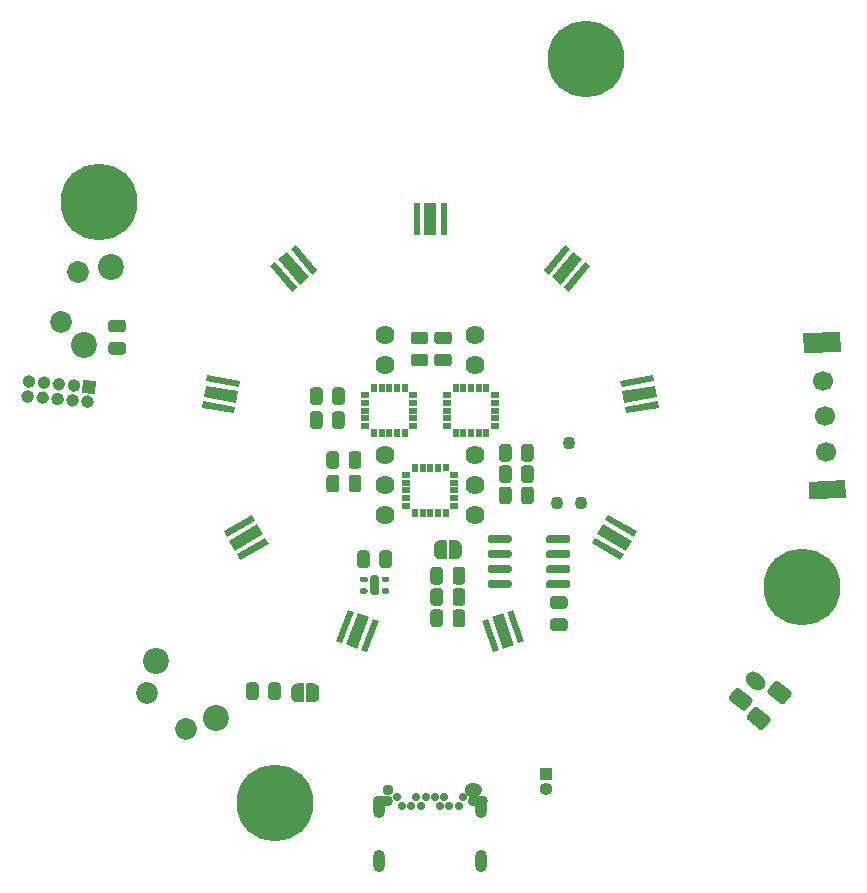
<source format=gbr>
%TF.GenerationSoftware,KiCad,Pcbnew,5.1.6+dfsg1-1*%
%TF.CreationDate,2020-08-08T17:15:22+09:00*%
%TF.ProjectId,portable_spectro_sch,706f7274-6162-46c6-955f-737065637472,rev?*%
%TF.SameCoordinates,Original*%
%TF.FileFunction,Soldermask,Bot*%
%TF.FilePolarity,Negative*%
%FSLAX46Y46*%
G04 Gerber Fmt 4.6, Leading zero omitted, Abs format (unit mm)*
G04 Created by KiCad (PCBNEW 5.1.6+dfsg1-1) date 2020-08-08 17:15:22*
%MOMM*%
%LPD*%
G01*
G04 APERTURE LIST*
%ADD10C,0.050000*%
%ADD11C,0.100000*%
%ADD12R,1.002000X2.802000*%
%ADD13R,0.552000X2.802000*%
%ADD14C,1.624000*%
%ADD15C,1.090600*%
%ADD16R,0.500000X0.650000*%
%ADD17R,0.650000X0.500000*%
%ADD18R,1.100000X1.100000*%
%ADD19O,1.100000X1.100000*%
%ADD20O,1.000000X1.900000*%
%ADD21C,0.950000*%
%ADD22O,1.700000X0.900000*%
%ADD23C,0.700000*%
%ADD24C,0.900000*%
%ADD25C,6.500000*%
%ADD26C,2.200000*%
%ADD27C,1.850000*%
%ADD28C,1.700000*%
G04 APERTURE END LIST*
D10*
%TO.C,J4*%
G36*
X224160000Y-101985000D02*
G01*
X224460000Y-101985000D01*
X224514877Y-101987876D01*
X224569154Y-101996473D01*
X224622234Y-102010695D01*
X224673537Y-102030389D01*
X224722500Y-102055337D01*
X224768587Y-102085266D01*
X224811294Y-102119849D01*
X224850151Y-102158706D01*
X224884734Y-102201413D01*
X224914663Y-102247500D01*
X224939611Y-102296463D01*
X224959305Y-102347766D01*
X224973527Y-102400846D01*
X224982124Y-102455123D01*
X224985000Y-102510000D01*
X224982124Y-102564877D01*
X224973527Y-102619154D01*
X224959305Y-102672234D01*
X224939611Y-102723537D01*
X224914663Y-102772500D01*
X224884734Y-102818587D01*
X224850151Y-102861294D01*
X224811294Y-102900151D01*
X224768587Y-102934734D01*
X224722500Y-102964663D01*
X224673537Y-102989611D01*
X224622234Y-103009305D01*
X224569154Y-103023527D01*
X224514877Y-103032124D01*
X224460000Y-103035000D01*
X224160000Y-103035000D01*
X224105123Y-103032124D01*
X224050846Y-103023527D01*
X223997766Y-103009305D01*
X223946463Y-102989611D01*
X223897500Y-102964663D01*
X223851413Y-102934734D01*
X223808706Y-102900151D01*
X223769849Y-102861294D01*
X223735266Y-102818587D01*
X223705337Y-102772500D01*
X223680389Y-102723537D01*
X223660695Y-102672234D01*
X223646473Y-102619154D01*
X223637876Y-102564877D01*
X223635000Y-102510000D01*
X223637876Y-102455123D01*
X223646473Y-102400846D01*
X223660695Y-102347766D01*
X223680389Y-102296463D01*
X223705337Y-102247500D01*
X223735266Y-102201413D01*
X223769849Y-102158706D01*
X223808706Y-102119849D01*
X223851413Y-102085266D01*
X223897500Y-102055337D01*
X223946463Y-102030389D01*
X223997766Y-102010695D01*
X224050846Y-101996473D01*
X224105123Y-101987876D01*
X224160000Y-101985000D01*
G37*
X224160000Y-101985000D02*
X224460000Y-101985000D01*
X224514877Y-101987876D01*
X224569154Y-101996473D01*
X224622234Y-102010695D01*
X224673537Y-102030389D01*
X224722500Y-102055337D01*
X224768587Y-102085266D01*
X224811294Y-102119849D01*
X224850151Y-102158706D01*
X224884734Y-102201413D01*
X224914663Y-102247500D01*
X224939611Y-102296463D01*
X224959305Y-102347766D01*
X224973527Y-102400846D01*
X224982124Y-102455123D01*
X224985000Y-102510000D01*
X224982124Y-102564877D01*
X224973527Y-102619154D01*
X224959305Y-102672234D01*
X224939611Y-102723537D01*
X224914663Y-102772500D01*
X224884734Y-102818587D01*
X224850151Y-102861294D01*
X224811294Y-102900151D01*
X224768587Y-102934734D01*
X224722500Y-102964663D01*
X224673537Y-102989611D01*
X224622234Y-103009305D01*
X224569154Y-103023527D01*
X224514877Y-103032124D01*
X224460000Y-103035000D01*
X224160000Y-103035000D01*
X224105123Y-103032124D01*
X224050846Y-103023527D01*
X223997766Y-103009305D01*
X223946463Y-102989611D01*
X223897500Y-102964663D01*
X223851413Y-102934734D01*
X223808706Y-102900151D01*
X223769849Y-102861294D01*
X223735266Y-102818587D01*
X223705337Y-102772500D01*
X223680389Y-102723537D01*
X223660695Y-102672234D01*
X223646473Y-102619154D01*
X223637876Y-102564877D01*
X223635000Y-102510000D01*
X223637876Y-102455123D01*
X223646473Y-102400846D01*
X223660695Y-102347766D01*
X223680389Y-102296463D01*
X223705337Y-102247500D01*
X223735266Y-102201413D01*
X223769849Y-102158706D01*
X223808706Y-102119849D01*
X223851413Y-102085266D01*
X223897500Y-102055337D01*
X223946463Y-102030389D01*
X223997766Y-102010695D01*
X224050846Y-101996473D01*
X224105123Y-101987876D01*
X224160000Y-101985000D01*
%TD*%
D11*
%TO.C,J1*%
G36*
X191300029Y-67804157D02*
G01*
X192395843Y-67900029D01*
X192299971Y-68995843D01*
X191204157Y-68899971D01*
X191300029Y-67804157D01*
G37*
G36*
G01*
X191737248Y-69117260D02*
X191737248Y-69117260D01*
G75*
G02*
X192237219Y-69713103I-47936J-547907D01*
G01*
X192237219Y-69713103D01*
G75*
G02*
X191641376Y-70213074I-547907J47936D01*
G01*
X191641376Y-70213074D01*
G75*
G02*
X191141405Y-69617231I47936J547907D01*
G01*
X191141405Y-69617231D01*
G75*
G02*
X191737248Y-69117260I547907J-47936D01*
G01*
G37*
G36*
G01*
X190582769Y-67741405D02*
X190582769Y-67741405D01*
G75*
G02*
X191082740Y-68337248I-47936J-547907D01*
G01*
X191082740Y-68337248D01*
G75*
G02*
X190486897Y-68837219I-547907J47936D01*
G01*
X190486897Y-68837219D01*
G75*
G02*
X189986926Y-68241376I47936J547907D01*
G01*
X189986926Y-68241376D01*
G75*
G02*
X190582769Y-67741405I547907J-47936D01*
G01*
G37*
G36*
G01*
X190472081Y-69006572D02*
X190472081Y-69006572D01*
G75*
G02*
X190972052Y-69602415I-47936J-547907D01*
G01*
X190972052Y-69602415D01*
G75*
G02*
X190376209Y-70102386I-547907J47936D01*
G01*
X190376209Y-70102386D01*
G75*
G02*
X189876238Y-69506543I47936J547907D01*
G01*
X189876238Y-69506543D01*
G75*
G02*
X190472081Y-69006572I547907J-47936D01*
G01*
G37*
G36*
G01*
X189317600Y-67630717D02*
X189317600Y-67630717D01*
G75*
G02*
X189817571Y-68226560I-47936J-547907D01*
G01*
X189817571Y-68226560D01*
G75*
G02*
X189221728Y-68726531I-547907J47936D01*
G01*
X189221728Y-68726531D01*
G75*
G02*
X188721757Y-68130688I47936J547907D01*
G01*
X188721757Y-68130688D01*
G75*
G02*
X189317600Y-67630717I547907J-47936D01*
G01*
G37*
G36*
G01*
X189206914Y-68895885D02*
X189206914Y-68895885D01*
G75*
G02*
X189706885Y-69491728I-47936J-547907D01*
G01*
X189706885Y-69491728D01*
G75*
G02*
X189111042Y-69991699I-547907J47936D01*
G01*
X189111042Y-69991699D01*
G75*
G02*
X188611071Y-69395856I47936J547907D01*
G01*
X188611071Y-69395856D01*
G75*
G02*
X189206914Y-68895885I547907J-47936D01*
G01*
G37*
G36*
G01*
X188052434Y-67520030D02*
X188052434Y-67520030D01*
G75*
G02*
X188552405Y-68115873I-47936J-547907D01*
G01*
X188552405Y-68115873D01*
G75*
G02*
X187956562Y-68615844I-547907J47936D01*
G01*
X187956562Y-68615844D01*
G75*
G02*
X187456591Y-68020001I47936J547907D01*
G01*
X187456591Y-68020001D01*
G75*
G02*
X188052434Y-67520030I547907J-47936D01*
G01*
G37*
G36*
G01*
X187941746Y-68785197D02*
X187941746Y-68785197D01*
G75*
G02*
X188441717Y-69381040I-47936J-547907D01*
G01*
X188441717Y-69381040D01*
G75*
G02*
X187845874Y-69881011I-547907J47936D01*
G01*
X187845874Y-69881011D01*
G75*
G02*
X187345903Y-69285168I47936J547907D01*
G01*
X187345903Y-69285168D01*
G75*
G02*
X187941746Y-68785197I547907J-47936D01*
G01*
G37*
G36*
G01*
X186787267Y-67409342D02*
X186787267Y-67409342D01*
G75*
G02*
X187287238Y-68005185I-47936J-547907D01*
G01*
X187287238Y-68005185D01*
G75*
G02*
X186691395Y-68505156I-547907J47936D01*
G01*
X186691395Y-68505156D01*
G75*
G02*
X186191424Y-67909313I47936J547907D01*
G01*
X186191424Y-67909313D01*
G75*
G02*
X186787267Y-67409342I547907J-47936D01*
G01*
G37*
G36*
G01*
X186676579Y-68674509D02*
X186676579Y-68674509D01*
G75*
G02*
X187176550Y-69270352I-47936J-547907D01*
G01*
X187176550Y-69270352D01*
G75*
G02*
X186580707Y-69770323I-547907J47936D01*
G01*
X186580707Y-69770323D01*
G75*
G02*
X186080736Y-69174480I47936J547907D01*
G01*
X186080736Y-69174480D01*
G75*
G02*
X186676579Y-68674509I547907J-47936D01*
G01*
G37*
%TD*%
%TO.C,D3*%
G36*
X226861616Y-87592139D02*
G01*
X227819956Y-90225157D01*
X226878384Y-90567861D01*
X225920044Y-87934843D01*
X226861616Y-87592139D01*
G37*
G36*
X227707339Y-87284320D02*
G01*
X228665679Y-89917339D01*
X228146969Y-90106134D01*
X227188629Y-87473115D01*
X227707339Y-87284320D01*
G37*
G36*
X225593031Y-88053866D02*
G01*
X226551371Y-90686885D01*
X226032661Y-90875680D01*
X225074321Y-88242661D01*
X225593031Y-88053866D01*
G37*
%TD*%
%TO.C,D10*%
G36*
X209656757Y-59765265D02*
G01*
X207855666Y-57618808D01*
X208623243Y-56974735D01*
X210424334Y-59121192D01*
X209656757Y-59765265D01*
G37*
G36*
X208967317Y-60343774D02*
G01*
X207166226Y-58197317D01*
X207589083Y-57842498D01*
X209390174Y-59988955D01*
X208967317Y-60343774D01*
G37*
G36*
X210690917Y-58897502D02*
G01*
X208889826Y-56751045D01*
X209312683Y-56396226D01*
X211113774Y-58542683D01*
X210690917Y-58897502D01*
G37*
%TD*%
%TO.C,D4*%
G36*
X236973287Y-68779892D02*
G01*
X239732718Y-68293330D01*
X239906713Y-69280108D01*
X237147282Y-69766670D01*
X236973287Y-68779892D01*
G37*
G36*
X236817003Y-67893565D02*
G01*
X239576435Y-67407003D01*
X239672289Y-67950617D01*
X236912857Y-68437179D01*
X236817003Y-67893565D01*
G37*
G36*
X237207711Y-70109383D02*
G01*
X239967143Y-69622821D01*
X240062997Y-70166435D01*
X237303565Y-70652997D01*
X237207711Y-70109383D01*
G37*
%TD*%
%TO.C,D7*%
G36*
X230995666Y-59121192D02*
G01*
X232796757Y-56974735D01*
X233564334Y-57618808D01*
X231763243Y-59765265D01*
X230995666Y-59121192D01*
G37*
G36*
X230306226Y-58542683D02*
G01*
X232107317Y-56396226D01*
X232530174Y-56751045D01*
X230729083Y-58897502D01*
X230306226Y-58542683D01*
G37*
G36*
X232029826Y-59988955D02*
G01*
X233830917Y-57842498D01*
X234253774Y-58197317D01*
X232452683Y-60343774D01*
X232029826Y-59988955D01*
G37*
%TD*%
%TO.C,D5*%
G36*
X215502802Y-87930070D02*
G01*
X214544462Y-90563088D01*
X213602890Y-90220384D01*
X214561230Y-87587366D01*
X215502802Y-87930070D01*
G37*
G36*
X216348525Y-88237888D02*
G01*
X215390185Y-90870907D01*
X214871475Y-90682112D01*
X215829815Y-88049093D01*
X216348525Y-88237888D01*
G37*
G36*
X214234217Y-87468342D02*
G01*
X213275877Y-90101361D01*
X212757167Y-89912566D01*
X213715507Y-87279547D01*
X214234217Y-87468342D01*
G37*
%TD*%
%TO.C,D8*%
G36*
X204272718Y-69766670D02*
G01*
X201513287Y-69280108D01*
X201687282Y-68293330D01*
X204446713Y-68779892D01*
X204272718Y-69766670D01*
G37*
G36*
X204116435Y-70652997D02*
G01*
X201357003Y-70166435D01*
X201452857Y-69622821D01*
X204212289Y-70109383D01*
X204116435Y-70652997D01*
G37*
G36*
X204507143Y-68437179D02*
G01*
X201747711Y-67950617D01*
X201843565Y-67407003D01*
X204602997Y-67893565D01*
X204507143Y-68437179D01*
G37*
%TD*%
%TO.C,D2*%
G36*
X235339330Y-80023121D02*
G01*
X237765934Y-81424121D01*
X237264934Y-82291879D01*
X234838330Y-80890879D01*
X235339330Y-80023121D01*
G37*
G36*
X235789330Y-79243698D02*
G01*
X238215934Y-80644698D01*
X237939934Y-81122744D01*
X235513330Y-79721744D01*
X235789330Y-79243698D01*
G37*
G36*
X234664330Y-81192256D02*
G01*
X237090934Y-82593256D01*
X236814934Y-83071302D01*
X234388330Y-81670302D01*
X234664330Y-81192256D01*
G37*
%TD*%
D12*
%TO.C,D9*%
X220710000Y-54160000D03*
D13*
X219585000Y-54160000D03*
X221835000Y-54160000D03*
%TD*%
D11*
%TO.C,D6*%
G36*
X206583802Y-80896007D02*
G01*
X204157198Y-82297007D01*
X203656198Y-81429249D01*
X206082802Y-80028249D01*
X206583802Y-80896007D01*
G37*
G36*
X207033802Y-81675430D02*
G01*
X204607198Y-83076430D01*
X204331198Y-82598384D01*
X206757802Y-81197384D01*
X207033802Y-81675430D01*
G37*
G36*
X205908802Y-79726872D02*
G01*
X203482198Y-81127872D01*
X203206198Y-80649826D01*
X205632802Y-79248826D01*
X205908802Y-79726872D01*
G37*
%TD*%
D14*
%TO.C,U4*%
X224520000Y-66580000D03*
X224520000Y-64040000D03*
X224520000Y-74200000D03*
X224520000Y-76740000D03*
X224520000Y-79280000D03*
X216900000Y-79280000D03*
X216900000Y-76740000D03*
X216900000Y-74200000D03*
X216900000Y-66580000D03*
X216900000Y-64040000D03*
%TD*%
%TO.C,C25*%
G36*
G01*
X232081250Y-89075000D02*
X231118750Y-89075000D01*
G75*
G02*
X230850000Y-88806250I0J268750D01*
G01*
X230850000Y-88268750D01*
G75*
G02*
X231118750Y-88000000I268750J0D01*
G01*
X232081250Y-88000000D01*
G75*
G02*
X232350000Y-88268750I0J-268750D01*
G01*
X232350000Y-88806250D01*
G75*
G02*
X232081250Y-89075000I-268750J0D01*
G01*
G37*
G36*
G01*
X232081250Y-87200000D02*
X231118750Y-87200000D01*
G75*
G02*
X230850000Y-86931250I0J268750D01*
G01*
X230850000Y-86393750D01*
G75*
G02*
X231118750Y-86125000I268750J0D01*
G01*
X232081250Y-86125000D01*
G75*
G02*
X232350000Y-86393750I0J-268750D01*
G01*
X232350000Y-86931250D01*
G75*
G02*
X232081250Y-87200000I-268750J0D01*
G01*
G37*
%TD*%
D15*
%TO.C,J2*%
X233436000Y-78230000D03*
X231404000Y-78230000D03*
X232420000Y-73150000D03*
%TD*%
%TO.C,R22*%
G36*
G01*
X222600000Y-88481250D02*
X222600000Y-87518750D01*
G75*
G02*
X222868750Y-87250000I268750J0D01*
G01*
X223406250Y-87250000D01*
G75*
G02*
X223675000Y-87518750I0J-268750D01*
G01*
X223675000Y-88481250D01*
G75*
G02*
X223406250Y-88750000I-268750J0D01*
G01*
X222868750Y-88750000D01*
G75*
G02*
X222600000Y-88481250I0J268750D01*
G01*
G37*
G36*
G01*
X220725000Y-88481250D02*
X220725000Y-87518750D01*
G75*
G02*
X220993750Y-87250000I268750J0D01*
G01*
X221531250Y-87250000D01*
G75*
G02*
X221800000Y-87518750I0J-268750D01*
G01*
X221800000Y-88481250D01*
G75*
G02*
X221531250Y-88750000I-268750J0D01*
G01*
X220993750Y-88750000D01*
G75*
G02*
X220725000Y-88481250I0J268750D01*
G01*
G37*
%TD*%
D11*
%TO.C,U9*%
G36*
X225710000Y-68160000D02*
G01*
X225710000Y-68810000D01*
X225210000Y-68810000D01*
X225210000Y-68160000D01*
X225710000Y-68160000D01*
G37*
D16*
X224810000Y-68485000D03*
X224160000Y-68485000D03*
X223510000Y-68485000D03*
X222860000Y-68485000D03*
D17*
X222135000Y-69110000D03*
X222135000Y-69760000D03*
X222135000Y-70410000D03*
X222135000Y-71060000D03*
X222135000Y-71710000D03*
D16*
X222860000Y-72335000D03*
X223510000Y-72335000D03*
X224160000Y-72335000D03*
X224810000Y-72335000D03*
X225460000Y-72335000D03*
D17*
X226185000Y-71710000D03*
X226185000Y-71060000D03*
X226185000Y-70410000D03*
X226185000Y-69760000D03*
X226185000Y-69110000D03*
%TD*%
D18*
%TO.C,J5*%
X230500000Y-101200000D03*
D19*
X230500000Y-102470000D03*
%TD*%
D20*
%TO.C,J4*%
X216380000Y-104010000D03*
D21*
X217110000Y-102510000D03*
D20*
X225040000Y-104010000D03*
D22*
X224715000Y-103510000D03*
D21*
X224310000Y-102510000D03*
D23*
X220310000Y-103160000D03*
D22*
X216705000Y-103510000D03*
D23*
X219510000Y-103160000D03*
X217910000Y-103160000D03*
X221110000Y-103160000D03*
X221910000Y-103160000D03*
X223510000Y-103160000D03*
X219910000Y-103860000D03*
X219110000Y-103860000D03*
X218310000Y-103860000D03*
X221510000Y-103860000D03*
X222310000Y-103860000D03*
X223110000Y-103860000D03*
D20*
X216380000Y-108510000D03*
X225040000Y-108510000D03*
%TD*%
D24*
%TO.C,REF\u002A\u002A*%
X235597056Y-38972944D03*
X233900000Y-38270000D03*
X232202944Y-38972944D03*
X231500000Y-40670000D03*
X232202944Y-42367056D03*
X233900000Y-43070000D03*
X235597056Y-42367056D03*
X236300000Y-40670000D03*
D25*
X233900000Y-40670000D03*
%TD*%
D26*
%TO.C,SW2*%
X197485579Y-91650619D03*
D27*
X196708908Y-94331007D03*
X200000000Y-97400000D03*
D26*
X202612368Y-96431427D03*
%TD*%
D11*
%TO.C,SW3*%
G36*
X252742892Y-76440744D02*
G01*
X255841003Y-76332556D01*
X255893352Y-77831642D01*
X252795241Y-77939830D01*
X252742892Y-76440744D01*
G37*
G36*
X252303158Y-63848419D02*
G01*
X255401269Y-63740231D01*
X255460598Y-65439195D01*
X252362487Y-65547383D01*
X252303158Y-63848419D01*
G37*
D28*
X254204698Y-73888172D03*
X254100000Y-70890000D03*
X253995302Y-67891828D03*
%TD*%
D25*
%TO.C,REF\u002A\u002A*%
X192650000Y-52720000D03*
D24*
X195050000Y-52720000D03*
X194347056Y-54417056D03*
X192650000Y-55120000D03*
X190952944Y-54417056D03*
X190250000Y-52720000D03*
X190952944Y-51022944D03*
X192650000Y-50320000D03*
X194347056Y-51022944D03*
%TD*%
D25*
%TO.C,REF\u002A\u002A*%
X207530000Y-103650000D03*
D24*
X209930000Y-103650000D03*
X209227056Y-105347056D03*
X207530000Y-106050000D03*
X205832944Y-105347056D03*
X205130000Y-103650000D03*
X205832944Y-101952944D03*
X207530000Y-101250000D03*
X209227056Y-101952944D03*
%TD*%
%TO.C,REF\u002A\u002A*%
X253907056Y-83632944D03*
X252210000Y-82930000D03*
X250512944Y-83632944D03*
X249810000Y-85330000D03*
X250512944Y-87027056D03*
X252210000Y-87730000D03*
X253907056Y-87027056D03*
X254610000Y-85330000D03*
D25*
X252210000Y-85330000D03*
%TD*%
%TO.C,C17*%
G36*
G01*
X214875000Y-76118750D02*
X214875000Y-77081250D01*
G75*
G02*
X214606250Y-77350000I-268750J0D01*
G01*
X214068750Y-77350000D01*
G75*
G02*
X213800000Y-77081250I0J268750D01*
G01*
X213800000Y-76118750D01*
G75*
G02*
X214068750Y-75850000I268750J0D01*
G01*
X214606250Y-75850000D01*
G75*
G02*
X214875000Y-76118750I0J-268750D01*
G01*
G37*
G36*
G01*
X213000000Y-76118750D02*
X213000000Y-77081250D01*
G75*
G02*
X212731250Y-77350000I-268750J0D01*
G01*
X212193750Y-77350000D01*
G75*
G02*
X211925000Y-77081250I0J268750D01*
G01*
X211925000Y-76118750D01*
G75*
G02*
X212193750Y-75850000I268750J0D01*
G01*
X212731250Y-75850000D01*
G75*
G02*
X213000000Y-76118750I0J-268750D01*
G01*
G37*
%TD*%
%TO.C,C18*%
G36*
G01*
X213000000Y-74118750D02*
X213000000Y-75081250D01*
G75*
G02*
X212731250Y-75350000I-268750J0D01*
G01*
X212193750Y-75350000D01*
G75*
G02*
X211925000Y-75081250I0J268750D01*
G01*
X211925000Y-74118750D01*
G75*
G02*
X212193750Y-73850000I268750J0D01*
G01*
X212731250Y-73850000D01*
G75*
G02*
X213000000Y-74118750I0J-268750D01*
G01*
G37*
G36*
G01*
X214875000Y-74118750D02*
X214875000Y-75081250D01*
G75*
G02*
X214606250Y-75350000I-268750J0D01*
G01*
X214068750Y-75350000D01*
G75*
G02*
X213800000Y-75081250I0J268750D01*
G01*
X213800000Y-74118750D01*
G75*
G02*
X214068750Y-73850000I268750J0D01*
G01*
X214606250Y-73850000D01*
G75*
G02*
X214875000Y-74118750I0J-268750D01*
G01*
G37*
%TD*%
%TO.C,C19*%
G36*
G01*
X222281250Y-64800000D02*
X221318750Y-64800000D01*
G75*
G02*
X221050000Y-64531250I0J268750D01*
G01*
X221050000Y-63993750D01*
G75*
G02*
X221318750Y-63725000I268750J0D01*
G01*
X222281250Y-63725000D01*
G75*
G02*
X222550000Y-63993750I0J-268750D01*
G01*
X222550000Y-64531250D01*
G75*
G02*
X222281250Y-64800000I-268750J0D01*
G01*
G37*
G36*
G01*
X222281250Y-66675000D02*
X221318750Y-66675000D01*
G75*
G02*
X221050000Y-66406250I0J268750D01*
G01*
X221050000Y-65868750D01*
G75*
G02*
X221318750Y-65600000I268750J0D01*
G01*
X222281250Y-65600000D01*
G75*
G02*
X222550000Y-65868750I0J-268750D01*
G01*
X222550000Y-66406250D01*
G75*
G02*
X222281250Y-66675000I-268750J0D01*
G01*
G37*
%TD*%
%TO.C,C20*%
G36*
G01*
X220281250Y-66675000D02*
X219318750Y-66675000D01*
G75*
G02*
X219050000Y-66406250I0J268750D01*
G01*
X219050000Y-65868750D01*
G75*
G02*
X219318750Y-65600000I268750J0D01*
G01*
X220281250Y-65600000D01*
G75*
G02*
X220550000Y-65868750I0J-268750D01*
G01*
X220550000Y-66406250D01*
G75*
G02*
X220281250Y-66675000I-268750J0D01*
G01*
G37*
G36*
G01*
X220281250Y-64800000D02*
X219318750Y-64800000D01*
G75*
G02*
X219050000Y-64531250I0J268750D01*
G01*
X219050000Y-63993750D01*
G75*
G02*
X219318750Y-63725000I268750J0D01*
G01*
X220281250Y-63725000D01*
G75*
G02*
X220550000Y-63993750I0J-268750D01*
G01*
X220550000Y-64531250D01*
G75*
G02*
X220281250Y-64800000I-268750J0D01*
G01*
G37*
%TD*%
%TO.C,C21*%
G36*
G01*
X213475000Y-70738750D02*
X213475000Y-71701250D01*
G75*
G02*
X213206250Y-71970000I-268750J0D01*
G01*
X212668750Y-71970000D01*
G75*
G02*
X212400000Y-71701250I0J268750D01*
G01*
X212400000Y-70738750D01*
G75*
G02*
X212668750Y-70470000I268750J0D01*
G01*
X213206250Y-70470000D01*
G75*
G02*
X213475000Y-70738750I0J-268750D01*
G01*
G37*
G36*
G01*
X211600000Y-70738750D02*
X211600000Y-71701250D01*
G75*
G02*
X211331250Y-71970000I-268750J0D01*
G01*
X210793750Y-71970000D01*
G75*
G02*
X210525000Y-71701250I0J268750D01*
G01*
X210525000Y-70738750D01*
G75*
G02*
X210793750Y-70470000I268750J0D01*
G01*
X211331250Y-70470000D01*
G75*
G02*
X211600000Y-70738750I0J-268750D01*
G01*
G37*
%TD*%
%TO.C,C22*%
G36*
G01*
X211600000Y-68718750D02*
X211600000Y-69681250D01*
G75*
G02*
X211331250Y-69950000I-268750J0D01*
G01*
X210793750Y-69950000D01*
G75*
G02*
X210525000Y-69681250I0J268750D01*
G01*
X210525000Y-68718750D01*
G75*
G02*
X210793750Y-68450000I268750J0D01*
G01*
X211331250Y-68450000D01*
G75*
G02*
X211600000Y-68718750I0J-268750D01*
G01*
G37*
G36*
G01*
X213475000Y-68718750D02*
X213475000Y-69681250D01*
G75*
G02*
X213206250Y-69950000I-268750J0D01*
G01*
X212668750Y-69950000D01*
G75*
G02*
X212400000Y-69681250I0J268750D01*
G01*
X212400000Y-68718750D01*
G75*
G02*
X212668750Y-68450000I268750J0D01*
G01*
X213206250Y-68450000D01*
G75*
G02*
X213475000Y-68718750I0J-268750D01*
G01*
G37*
%TD*%
%TO.C,C38*%
G36*
G01*
X248603190Y-97424782D02*
X247585129Y-96600372D01*
G75*
G02*
X247545217Y-96220626I169917J209829D01*
G01*
X248054966Y-95591138D01*
G75*
G02*
X248434712Y-95551226I209829J-169917D01*
G01*
X249452773Y-96375636D01*
G75*
G02*
X249492685Y-96755382I-169917J-209829D01*
G01*
X248982936Y-97384870D01*
G75*
G02*
X248603190Y-97424782I-209829J169917D01*
G01*
G37*
G36*
G01*
X250365288Y-95248774D02*
X249347227Y-94424364D01*
G75*
G02*
X249307315Y-94044618I169917J209829D01*
G01*
X249817064Y-93415130D01*
G75*
G02*
X250196810Y-93375218I209829J-169917D01*
G01*
X251214871Y-94199628D01*
G75*
G02*
X251254783Y-94579374I-169917J-209829D01*
G01*
X250745034Y-95208862D01*
G75*
G02*
X250365288Y-95248774I-209829J169917D01*
G01*
G37*
%TD*%
%TO.C,J3*%
G36*
G01*
X247099326Y-95786826D02*
X246082558Y-94963464D01*
G75*
G02*
X246042522Y-94582548I170440J210476D01*
G01*
X246519758Y-93993210D01*
G75*
G02*
X246900674Y-93953174I210476J-170440D01*
G01*
X247917442Y-94776536D01*
G75*
G02*
X247957478Y-95157452I-170440J-210476D01*
G01*
X247480242Y-95746790D01*
G75*
G02*
X247099326Y-95786826I-210476J170440D01*
G01*
G37*
G36*
G01*
X248063298Y-93993916D02*
X247635868Y-93647790D01*
G75*
G02*
X247539781Y-92733587I409058J505145D01*
G01*
X247539781Y-92733587D01*
G75*
G02*
X248453984Y-92637500I505145J-409058D01*
G01*
X248881414Y-92983626D01*
G75*
G02*
X248977501Y-93897829I-409058J-505145D01*
G01*
X248977501Y-93897829D01*
G75*
G02*
X248063298Y-93993916I-505145J409058D01*
G01*
G37*
%TD*%
D11*
%TO.C,JP1*%
G36*
X222340245Y-82999039D02*
G01*
X222330866Y-82996194D01*
X222322221Y-82991573D01*
X222314645Y-82985355D01*
X222308427Y-82977779D01*
X222303806Y-82969134D01*
X222300961Y-82959755D01*
X222300000Y-82950000D01*
X222300000Y-81450000D01*
X222300961Y-81440245D01*
X222303806Y-81430866D01*
X222308427Y-81422221D01*
X222314645Y-81414645D01*
X222322221Y-81408427D01*
X222330866Y-81403806D01*
X222340245Y-81400961D01*
X222350000Y-81400000D01*
X222850000Y-81400000D01*
X222856111Y-81400602D01*
X222874534Y-81400602D01*
X222879435Y-81400843D01*
X222928266Y-81405653D01*
X222933119Y-81406373D01*
X222981244Y-81415945D01*
X222986005Y-81417137D01*
X223032960Y-81431381D01*
X223037579Y-81433034D01*
X223082912Y-81451811D01*
X223087349Y-81453909D01*
X223130622Y-81477040D01*
X223134829Y-81479562D01*
X223175628Y-81506822D01*
X223179570Y-81509746D01*
X223217499Y-81540874D01*
X223221134Y-81544169D01*
X223255831Y-81578866D01*
X223259126Y-81582501D01*
X223290254Y-81620430D01*
X223293178Y-81624372D01*
X223320438Y-81665171D01*
X223322960Y-81669378D01*
X223346091Y-81712651D01*
X223348189Y-81717088D01*
X223366966Y-81762421D01*
X223368619Y-81767040D01*
X223382863Y-81813995D01*
X223384055Y-81818756D01*
X223393627Y-81866881D01*
X223394347Y-81871734D01*
X223399157Y-81920565D01*
X223399398Y-81925466D01*
X223399398Y-81943889D01*
X223400000Y-81950000D01*
X223400000Y-82450000D01*
X223399398Y-82456111D01*
X223399398Y-82474534D01*
X223399157Y-82479435D01*
X223394347Y-82528266D01*
X223393627Y-82533119D01*
X223384055Y-82581244D01*
X223382863Y-82586005D01*
X223368619Y-82632960D01*
X223366966Y-82637579D01*
X223348189Y-82682912D01*
X223346091Y-82687349D01*
X223322960Y-82730622D01*
X223320438Y-82734829D01*
X223293178Y-82775628D01*
X223290254Y-82779570D01*
X223259126Y-82817499D01*
X223255831Y-82821134D01*
X223221134Y-82855831D01*
X223217499Y-82859126D01*
X223179570Y-82890254D01*
X223175628Y-82893178D01*
X223134829Y-82920438D01*
X223130622Y-82922960D01*
X223087349Y-82946091D01*
X223082912Y-82948189D01*
X223037579Y-82966966D01*
X223032960Y-82968619D01*
X222986005Y-82982863D01*
X222981244Y-82984055D01*
X222933119Y-82993627D01*
X222928266Y-82994347D01*
X222879435Y-82999157D01*
X222874534Y-82999398D01*
X222856111Y-82999398D01*
X222850000Y-83000000D01*
X222350000Y-83000000D01*
X222340245Y-82999039D01*
G37*
G36*
X221543889Y-82999398D02*
G01*
X221525466Y-82999398D01*
X221520565Y-82999157D01*
X221471734Y-82994347D01*
X221466881Y-82993627D01*
X221418756Y-82984055D01*
X221413995Y-82982863D01*
X221367040Y-82968619D01*
X221362421Y-82966966D01*
X221317088Y-82948189D01*
X221312651Y-82946091D01*
X221269378Y-82922960D01*
X221265171Y-82920438D01*
X221224372Y-82893178D01*
X221220430Y-82890254D01*
X221182501Y-82859126D01*
X221178866Y-82855831D01*
X221144169Y-82821134D01*
X221140874Y-82817499D01*
X221109746Y-82779570D01*
X221106822Y-82775628D01*
X221079562Y-82734829D01*
X221077040Y-82730622D01*
X221053909Y-82687349D01*
X221051811Y-82682912D01*
X221033034Y-82637579D01*
X221031381Y-82632960D01*
X221017137Y-82586005D01*
X221015945Y-82581244D01*
X221006373Y-82533119D01*
X221005653Y-82528266D01*
X221000843Y-82479435D01*
X221000602Y-82474534D01*
X221000602Y-82456111D01*
X221000000Y-82450000D01*
X221000000Y-81950000D01*
X221000602Y-81943889D01*
X221000602Y-81925466D01*
X221000843Y-81920565D01*
X221005653Y-81871734D01*
X221006373Y-81866881D01*
X221015945Y-81818756D01*
X221017137Y-81813995D01*
X221031381Y-81767040D01*
X221033034Y-81762421D01*
X221051811Y-81717088D01*
X221053909Y-81712651D01*
X221077040Y-81669378D01*
X221079562Y-81665171D01*
X221106822Y-81624372D01*
X221109746Y-81620430D01*
X221140874Y-81582501D01*
X221144169Y-81578866D01*
X221178866Y-81544169D01*
X221182501Y-81540874D01*
X221220430Y-81509746D01*
X221224372Y-81506822D01*
X221265171Y-81479562D01*
X221269378Y-81477040D01*
X221312651Y-81453909D01*
X221317088Y-81451811D01*
X221362421Y-81433034D01*
X221367040Y-81431381D01*
X221413995Y-81417137D01*
X221418756Y-81415945D01*
X221466881Y-81406373D01*
X221471734Y-81405653D01*
X221520565Y-81400843D01*
X221525466Y-81400602D01*
X221543889Y-81400602D01*
X221550000Y-81400000D01*
X222050000Y-81400000D01*
X222059755Y-81400961D01*
X222069134Y-81403806D01*
X222077779Y-81408427D01*
X222085355Y-81414645D01*
X222091573Y-81422221D01*
X222096194Y-81430866D01*
X222099039Y-81440245D01*
X222100000Y-81450000D01*
X222100000Y-82950000D01*
X222099039Y-82959755D01*
X222096194Y-82969134D01*
X222091573Y-82977779D01*
X222085355Y-82985355D01*
X222077779Y-82991573D01*
X222069134Y-82996194D01*
X222059755Y-82999039D01*
X222050000Y-83000000D01*
X221550000Y-83000000D01*
X221543889Y-82999398D01*
G37*
%TD*%
%TO.C,R28*%
G36*
G01*
X194681250Y-65675000D02*
X193718750Y-65675000D01*
G75*
G02*
X193450000Y-65406250I0J268750D01*
G01*
X193450000Y-64868750D01*
G75*
G02*
X193718750Y-64600000I268750J0D01*
G01*
X194681250Y-64600000D01*
G75*
G02*
X194950000Y-64868750I0J-268750D01*
G01*
X194950000Y-65406250D01*
G75*
G02*
X194681250Y-65675000I-268750J0D01*
G01*
G37*
G36*
G01*
X194681250Y-63800000D02*
X193718750Y-63800000D01*
G75*
G02*
X193450000Y-63531250I0J268750D01*
G01*
X193450000Y-62993750D01*
G75*
G02*
X193718750Y-62725000I268750J0D01*
G01*
X194681250Y-62725000D01*
G75*
G02*
X194950000Y-62993750I0J-268750D01*
G01*
X194950000Y-63531250D01*
G75*
G02*
X194681250Y-63800000I-268750J0D01*
G01*
G37*
%TD*%
%TO.C,R16*%
G36*
G01*
X223675000Y-83918750D02*
X223675000Y-84881250D01*
G75*
G02*
X223406250Y-85150000I-268750J0D01*
G01*
X222868750Y-85150000D01*
G75*
G02*
X222600000Y-84881250I0J268750D01*
G01*
X222600000Y-83918750D01*
G75*
G02*
X222868750Y-83650000I268750J0D01*
G01*
X223406250Y-83650000D01*
G75*
G02*
X223675000Y-83918750I0J-268750D01*
G01*
G37*
G36*
G01*
X221800000Y-83918750D02*
X221800000Y-84881250D01*
G75*
G02*
X221531250Y-85150000I-268750J0D01*
G01*
X220993750Y-85150000D01*
G75*
G02*
X220725000Y-84881250I0J268750D01*
G01*
X220725000Y-83918750D01*
G75*
G02*
X220993750Y-83650000I268750J0D01*
G01*
X221531250Y-83650000D01*
G75*
G02*
X221800000Y-83918750I0J-268750D01*
G01*
G37*
%TD*%
%TO.C,R21*%
G36*
G01*
X220725000Y-86681250D02*
X220725000Y-85718750D01*
G75*
G02*
X220993750Y-85450000I268750J0D01*
G01*
X221531250Y-85450000D01*
G75*
G02*
X221800000Y-85718750I0J-268750D01*
G01*
X221800000Y-86681250D01*
G75*
G02*
X221531250Y-86950000I-268750J0D01*
G01*
X220993750Y-86950000D01*
G75*
G02*
X220725000Y-86681250I0J268750D01*
G01*
G37*
G36*
G01*
X222600000Y-86681250D02*
X222600000Y-85718750D01*
G75*
G02*
X222868750Y-85450000I268750J0D01*
G01*
X223406250Y-85450000D01*
G75*
G02*
X223675000Y-85718750I0J-268750D01*
G01*
X223675000Y-86681250D01*
G75*
G02*
X223406250Y-86950000I-268750J0D01*
G01*
X222868750Y-86950000D01*
G75*
G02*
X222600000Y-86681250I0J268750D01*
G01*
G37*
%TD*%
%TO.C,R23*%
G36*
G01*
X226525000Y-76281250D02*
X226525000Y-75318750D01*
G75*
G02*
X226793750Y-75050000I268750J0D01*
G01*
X227331250Y-75050000D01*
G75*
G02*
X227600000Y-75318750I0J-268750D01*
G01*
X227600000Y-76281250D01*
G75*
G02*
X227331250Y-76550000I-268750J0D01*
G01*
X226793750Y-76550000D01*
G75*
G02*
X226525000Y-76281250I0J268750D01*
G01*
G37*
G36*
G01*
X228400000Y-76281250D02*
X228400000Y-75318750D01*
G75*
G02*
X228668750Y-75050000I268750J0D01*
G01*
X229206250Y-75050000D01*
G75*
G02*
X229475000Y-75318750I0J-268750D01*
G01*
X229475000Y-76281250D01*
G75*
G02*
X229206250Y-76550000I-268750J0D01*
G01*
X228668750Y-76550000D01*
G75*
G02*
X228400000Y-76281250I0J268750D01*
G01*
G37*
%TD*%
%TO.C,R24*%
G36*
G01*
X228400000Y-74481250D02*
X228400000Y-73518750D01*
G75*
G02*
X228668750Y-73250000I268750J0D01*
G01*
X229206250Y-73250000D01*
G75*
G02*
X229475000Y-73518750I0J-268750D01*
G01*
X229475000Y-74481250D01*
G75*
G02*
X229206250Y-74750000I-268750J0D01*
G01*
X228668750Y-74750000D01*
G75*
G02*
X228400000Y-74481250I0J268750D01*
G01*
G37*
G36*
G01*
X226525000Y-74481250D02*
X226525000Y-73518750D01*
G75*
G02*
X226793750Y-73250000I268750J0D01*
G01*
X227331250Y-73250000D01*
G75*
G02*
X227600000Y-73518750I0J-268750D01*
G01*
X227600000Y-74481250D01*
G75*
G02*
X227331250Y-74750000I-268750J0D01*
G01*
X226793750Y-74750000D01*
G75*
G02*
X226525000Y-74481250I0J268750D01*
G01*
G37*
%TD*%
%TO.C,R25*%
G36*
G01*
X228400000Y-78081250D02*
X228400000Y-77118750D01*
G75*
G02*
X228668750Y-76850000I268750J0D01*
G01*
X229206250Y-76850000D01*
G75*
G02*
X229475000Y-77118750I0J-268750D01*
G01*
X229475000Y-78081250D01*
G75*
G02*
X229206250Y-78350000I-268750J0D01*
G01*
X228668750Y-78350000D01*
G75*
G02*
X228400000Y-78081250I0J268750D01*
G01*
G37*
G36*
G01*
X226525000Y-78081250D02*
X226525000Y-77118750D01*
G75*
G02*
X226793750Y-76850000I268750J0D01*
G01*
X227331250Y-76850000D01*
G75*
G02*
X227600000Y-77118750I0J-268750D01*
G01*
X227600000Y-78081250D01*
G75*
G02*
X227331250Y-78350000I-268750J0D01*
G01*
X226793750Y-78350000D01*
G75*
G02*
X226525000Y-78081250I0J268750D01*
G01*
G37*
%TD*%
%TO.C,R27*%
G36*
G01*
X205105000Y-94661250D02*
X205105000Y-93698750D01*
G75*
G02*
X205373750Y-93430000I268750J0D01*
G01*
X205911250Y-93430000D01*
G75*
G02*
X206180000Y-93698750I0J-268750D01*
G01*
X206180000Y-94661250D01*
G75*
G02*
X205911250Y-94930000I-268750J0D01*
G01*
X205373750Y-94930000D01*
G75*
G02*
X205105000Y-94661250I0J268750D01*
G01*
G37*
G36*
G01*
X206980000Y-94661250D02*
X206980000Y-93698750D01*
G75*
G02*
X207248750Y-93430000I268750J0D01*
G01*
X207786250Y-93430000D01*
G75*
G02*
X208055000Y-93698750I0J-268750D01*
G01*
X208055000Y-94661250D01*
G75*
G02*
X207786250Y-94930000I-268750J0D01*
G01*
X207248750Y-94930000D01*
G75*
G02*
X206980000Y-94661250I0J268750D01*
G01*
G37*
%TD*%
%TO.C,U12*%
G36*
G01*
X225570000Y-85280000D02*
X225570000Y-84930000D01*
G75*
G02*
X225745000Y-84755000I175000J0D01*
G01*
X227445000Y-84755000D01*
G75*
G02*
X227620000Y-84930000I0J-175000D01*
G01*
X227620000Y-85280000D01*
G75*
G02*
X227445000Y-85455000I-175000J0D01*
G01*
X225745000Y-85455000D01*
G75*
G02*
X225570000Y-85280000I0J175000D01*
G01*
G37*
G36*
G01*
X225570000Y-84010000D02*
X225570000Y-83660000D01*
G75*
G02*
X225745000Y-83485000I175000J0D01*
G01*
X227445000Y-83485000D01*
G75*
G02*
X227620000Y-83660000I0J-175000D01*
G01*
X227620000Y-84010000D01*
G75*
G02*
X227445000Y-84185000I-175000J0D01*
G01*
X225745000Y-84185000D01*
G75*
G02*
X225570000Y-84010000I0J175000D01*
G01*
G37*
G36*
G01*
X225570000Y-82740000D02*
X225570000Y-82390000D01*
G75*
G02*
X225745000Y-82215000I175000J0D01*
G01*
X227445000Y-82215000D01*
G75*
G02*
X227620000Y-82390000I0J-175000D01*
G01*
X227620000Y-82740000D01*
G75*
G02*
X227445000Y-82915000I-175000J0D01*
G01*
X225745000Y-82915000D01*
G75*
G02*
X225570000Y-82740000I0J175000D01*
G01*
G37*
G36*
G01*
X225570000Y-81470000D02*
X225570000Y-81120000D01*
G75*
G02*
X225745000Y-80945000I175000J0D01*
G01*
X227445000Y-80945000D01*
G75*
G02*
X227620000Y-81120000I0J-175000D01*
G01*
X227620000Y-81470000D01*
G75*
G02*
X227445000Y-81645000I-175000J0D01*
G01*
X225745000Y-81645000D01*
G75*
G02*
X225570000Y-81470000I0J175000D01*
G01*
G37*
G36*
G01*
X230520000Y-81470000D02*
X230520000Y-81120000D01*
G75*
G02*
X230695000Y-80945000I175000J0D01*
G01*
X232395000Y-80945000D01*
G75*
G02*
X232570000Y-81120000I0J-175000D01*
G01*
X232570000Y-81470000D01*
G75*
G02*
X232395000Y-81645000I-175000J0D01*
G01*
X230695000Y-81645000D01*
G75*
G02*
X230520000Y-81470000I0J175000D01*
G01*
G37*
G36*
G01*
X230520000Y-82740000D02*
X230520000Y-82390000D01*
G75*
G02*
X230695000Y-82215000I175000J0D01*
G01*
X232395000Y-82215000D01*
G75*
G02*
X232570000Y-82390000I0J-175000D01*
G01*
X232570000Y-82740000D01*
G75*
G02*
X232395000Y-82915000I-175000J0D01*
G01*
X230695000Y-82915000D01*
G75*
G02*
X230520000Y-82740000I0J175000D01*
G01*
G37*
G36*
G01*
X230520000Y-84010000D02*
X230520000Y-83660000D01*
G75*
G02*
X230695000Y-83485000I175000J0D01*
G01*
X232395000Y-83485000D01*
G75*
G02*
X232570000Y-83660000I0J-175000D01*
G01*
X232570000Y-84010000D01*
G75*
G02*
X232395000Y-84185000I-175000J0D01*
G01*
X230695000Y-84185000D01*
G75*
G02*
X230520000Y-84010000I0J175000D01*
G01*
G37*
G36*
G01*
X230520000Y-85280000D02*
X230520000Y-84930000D01*
G75*
G02*
X230695000Y-84755000I175000J0D01*
G01*
X232395000Y-84755000D01*
G75*
G02*
X232570000Y-84930000I0J-175000D01*
G01*
X232570000Y-85280000D01*
G75*
G02*
X232395000Y-85455000I-175000J0D01*
G01*
X230695000Y-85455000D01*
G75*
G02*
X230520000Y-85280000I0J175000D01*
G01*
G37*
%TD*%
D26*
%TO.C,SW1*%
X193679614Y-58264478D03*
D27*
X190915057Y-58645166D03*
X189450000Y-62900000D03*
D26*
X191397381Y-64892563D03*
%TD*%
D17*
%TO.C,U8*%
X222745000Y-75870000D03*
X222745000Y-76520000D03*
X222745000Y-77170000D03*
X222745000Y-77820000D03*
X222745000Y-78470000D03*
D16*
X222020000Y-79095000D03*
X221370000Y-79095000D03*
X220720000Y-79095000D03*
X220070000Y-79095000D03*
X219420000Y-79095000D03*
D17*
X218695000Y-78470000D03*
X218695000Y-77820000D03*
X218695000Y-77170000D03*
X218695000Y-76520000D03*
X218695000Y-75870000D03*
D16*
X219420000Y-75245000D03*
X220070000Y-75245000D03*
X220720000Y-75245000D03*
X221370000Y-75245000D03*
D11*
G36*
X222270000Y-74920000D02*
G01*
X222270000Y-75570000D01*
X221770000Y-75570000D01*
X221770000Y-74920000D01*
X222270000Y-74920000D01*
G37*
%TD*%
D17*
%TO.C,U10*%
X219275000Y-69120000D03*
X219275000Y-69770000D03*
X219275000Y-70420000D03*
X219275000Y-71070000D03*
X219275000Y-71720000D03*
D16*
X218550000Y-72345000D03*
X217900000Y-72345000D03*
X217250000Y-72345000D03*
X216600000Y-72345000D03*
X215950000Y-72345000D03*
D17*
X215225000Y-71720000D03*
X215225000Y-71070000D03*
X215225000Y-70420000D03*
X215225000Y-69770000D03*
X215225000Y-69120000D03*
D16*
X215950000Y-68495000D03*
X216600000Y-68495000D03*
X217250000Y-68495000D03*
X217900000Y-68495000D03*
D11*
G36*
X218800000Y-68170000D02*
G01*
X218800000Y-68820000D01*
X218300000Y-68820000D01*
X218300000Y-68170000D01*
X218800000Y-68170000D01*
G37*
%TD*%
%TO.C,C14*%
G36*
G01*
X217475000Y-82518750D02*
X217475000Y-83481250D01*
G75*
G02*
X217206250Y-83750000I-268750J0D01*
G01*
X216668750Y-83750000D01*
G75*
G02*
X216400000Y-83481250I0J268750D01*
G01*
X216400000Y-82518750D01*
G75*
G02*
X216668750Y-82250000I268750J0D01*
G01*
X217206250Y-82250000D01*
G75*
G02*
X217475000Y-82518750I0J-268750D01*
G01*
G37*
G36*
G01*
X215600000Y-82518750D02*
X215600000Y-83481250D01*
G75*
G02*
X215331250Y-83750000I-268750J0D01*
G01*
X214793750Y-83750000D01*
G75*
G02*
X214525000Y-83481250I0J268750D01*
G01*
X214525000Y-82518750D01*
G75*
G02*
X214793750Y-82250000I268750J0D01*
G01*
X215331250Y-82250000D01*
G75*
G02*
X215600000Y-82518750I0J-268750D01*
G01*
G37*
%TD*%
%TO.C,U6*%
G36*
G01*
X217250000Y-84587500D02*
X217250000Y-84812500D01*
G75*
G02*
X217137500Y-84925000I-112500J0D01*
G01*
X216712500Y-84925000D01*
G75*
G02*
X216600000Y-84812500I0J112500D01*
G01*
X216600000Y-84587500D01*
G75*
G02*
X216712500Y-84475000I112500J0D01*
G01*
X217137500Y-84475000D01*
G75*
G02*
X217250000Y-84587500I0J-112500D01*
G01*
G37*
G36*
G01*
X217250000Y-85587500D02*
X217250000Y-85812500D01*
G75*
G02*
X217137500Y-85925000I-112500J0D01*
G01*
X216712500Y-85925000D01*
G75*
G02*
X216600000Y-85812500I0J112500D01*
G01*
X216600000Y-85587500D01*
G75*
G02*
X216712500Y-85475000I112500J0D01*
G01*
X217137500Y-85475000D01*
G75*
G02*
X217250000Y-85587500I0J-112500D01*
G01*
G37*
G36*
G01*
X215400000Y-85587500D02*
X215400000Y-85812500D01*
G75*
G02*
X215287500Y-85925000I-112500J0D01*
G01*
X214862500Y-85925000D01*
G75*
G02*
X214750000Y-85812500I0J112500D01*
G01*
X214750000Y-85587500D01*
G75*
G02*
X214862500Y-85475000I112500J0D01*
G01*
X215287500Y-85475000D01*
G75*
G02*
X215400000Y-85587500I0J-112500D01*
G01*
G37*
G36*
G01*
X215400000Y-84587500D02*
X215400000Y-84812500D01*
G75*
G02*
X215287500Y-84925000I-112500J0D01*
G01*
X214862500Y-84925000D01*
G75*
G02*
X214750000Y-84812500I0J112500D01*
G01*
X214750000Y-84587500D01*
G75*
G02*
X214862500Y-84475000I112500J0D01*
G01*
X215287500Y-84475000D01*
G75*
G02*
X215400000Y-84587500I0J-112500D01*
G01*
G37*
G36*
G01*
X216400000Y-84550000D02*
X216400000Y-85850000D01*
G75*
G02*
X216200000Y-86050000I-200000J0D01*
G01*
X215800000Y-86050000D01*
G75*
G02*
X215600000Y-85850000I0J200000D01*
G01*
X215600000Y-84550000D01*
G75*
G02*
X215800000Y-84350000I200000J0D01*
G01*
X216200000Y-84350000D01*
G75*
G02*
X216400000Y-84550000I0J-200000D01*
G01*
G37*
%TD*%
%TO.C,JP2*%
G36*
X209989755Y-93510961D02*
G01*
X209999134Y-93513806D01*
X210007779Y-93518427D01*
X210015355Y-93524645D01*
X210021573Y-93532221D01*
X210026194Y-93540866D01*
X210029039Y-93550245D01*
X210030000Y-93560000D01*
X210030000Y-95060000D01*
X210029039Y-95069755D01*
X210026194Y-95079134D01*
X210021573Y-95087779D01*
X210015355Y-95095355D01*
X210007779Y-95101573D01*
X209999134Y-95106194D01*
X209989755Y-95109039D01*
X209980000Y-95110000D01*
X209480000Y-95110000D01*
X209473889Y-95109398D01*
X209455466Y-95109398D01*
X209450565Y-95109157D01*
X209401734Y-95104347D01*
X209396881Y-95103627D01*
X209348756Y-95094055D01*
X209343995Y-95092863D01*
X209297040Y-95078619D01*
X209292421Y-95076966D01*
X209247088Y-95058189D01*
X209242651Y-95056091D01*
X209199378Y-95032960D01*
X209195171Y-95030438D01*
X209154372Y-95003178D01*
X209150430Y-95000254D01*
X209112501Y-94969126D01*
X209108866Y-94965831D01*
X209074169Y-94931134D01*
X209070874Y-94927499D01*
X209039746Y-94889570D01*
X209036822Y-94885628D01*
X209009562Y-94844829D01*
X209007040Y-94840622D01*
X208983909Y-94797349D01*
X208981811Y-94792912D01*
X208963034Y-94747579D01*
X208961381Y-94742960D01*
X208947137Y-94696005D01*
X208945945Y-94691244D01*
X208936373Y-94643119D01*
X208935653Y-94638266D01*
X208930843Y-94589435D01*
X208930602Y-94584534D01*
X208930602Y-94566111D01*
X208930000Y-94560000D01*
X208930000Y-94060000D01*
X208930602Y-94053889D01*
X208930602Y-94035466D01*
X208930843Y-94030565D01*
X208935653Y-93981734D01*
X208936373Y-93976881D01*
X208945945Y-93928756D01*
X208947137Y-93923995D01*
X208961381Y-93877040D01*
X208963034Y-93872421D01*
X208981811Y-93827088D01*
X208983909Y-93822651D01*
X209007040Y-93779378D01*
X209009562Y-93775171D01*
X209036822Y-93734372D01*
X209039746Y-93730430D01*
X209070874Y-93692501D01*
X209074169Y-93688866D01*
X209108866Y-93654169D01*
X209112501Y-93650874D01*
X209150430Y-93619746D01*
X209154372Y-93616822D01*
X209195171Y-93589562D01*
X209199378Y-93587040D01*
X209242651Y-93563909D01*
X209247088Y-93561811D01*
X209292421Y-93543034D01*
X209297040Y-93541381D01*
X209343995Y-93527137D01*
X209348756Y-93525945D01*
X209396881Y-93516373D01*
X209401734Y-93515653D01*
X209450565Y-93510843D01*
X209455466Y-93510602D01*
X209473889Y-93510602D01*
X209480000Y-93510000D01*
X209980000Y-93510000D01*
X209989755Y-93510961D01*
G37*
G36*
X210786111Y-93510602D02*
G01*
X210804534Y-93510602D01*
X210809435Y-93510843D01*
X210858266Y-93515653D01*
X210863119Y-93516373D01*
X210911244Y-93525945D01*
X210916005Y-93527137D01*
X210962960Y-93541381D01*
X210967579Y-93543034D01*
X211012912Y-93561811D01*
X211017349Y-93563909D01*
X211060622Y-93587040D01*
X211064829Y-93589562D01*
X211105628Y-93616822D01*
X211109570Y-93619746D01*
X211147499Y-93650874D01*
X211151134Y-93654169D01*
X211185831Y-93688866D01*
X211189126Y-93692501D01*
X211220254Y-93730430D01*
X211223178Y-93734372D01*
X211250438Y-93775171D01*
X211252960Y-93779378D01*
X211276091Y-93822651D01*
X211278189Y-93827088D01*
X211296966Y-93872421D01*
X211298619Y-93877040D01*
X211312863Y-93923995D01*
X211314055Y-93928756D01*
X211323627Y-93976881D01*
X211324347Y-93981734D01*
X211329157Y-94030565D01*
X211329398Y-94035466D01*
X211329398Y-94053889D01*
X211330000Y-94060000D01*
X211330000Y-94560000D01*
X211329398Y-94566111D01*
X211329398Y-94584534D01*
X211329157Y-94589435D01*
X211324347Y-94638266D01*
X211323627Y-94643119D01*
X211314055Y-94691244D01*
X211312863Y-94696005D01*
X211298619Y-94742960D01*
X211296966Y-94747579D01*
X211278189Y-94792912D01*
X211276091Y-94797349D01*
X211252960Y-94840622D01*
X211250438Y-94844829D01*
X211223178Y-94885628D01*
X211220254Y-94889570D01*
X211189126Y-94927499D01*
X211185831Y-94931134D01*
X211151134Y-94965831D01*
X211147499Y-94969126D01*
X211109570Y-95000254D01*
X211105628Y-95003178D01*
X211064829Y-95030438D01*
X211060622Y-95032960D01*
X211017349Y-95056091D01*
X211012912Y-95058189D01*
X210967579Y-95076966D01*
X210962960Y-95078619D01*
X210916005Y-95092863D01*
X210911244Y-95094055D01*
X210863119Y-95103627D01*
X210858266Y-95104347D01*
X210809435Y-95109157D01*
X210804534Y-95109398D01*
X210786111Y-95109398D01*
X210780000Y-95110000D01*
X210280000Y-95110000D01*
X210270245Y-95109039D01*
X210260866Y-95106194D01*
X210252221Y-95101573D01*
X210244645Y-95095355D01*
X210238427Y-95087779D01*
X210233806Y-95079134D01*
X210230961Y-95069755D01*
X210230000Y-95060000D01*
X210230000Y-93560000D01*
X210230961Y-93550245D01*
X210233806Y-93540866D01*
X210238427Y-93532221D01*
X210244645Y-93524645D01*
X210252221Y-93518427D01*
X210260866Y-93513806D01*
X210270245Y-93510961D01*
X210280000Y-93510000D01*
X210780000Y-93510000D01*
X210786111Y-93510602D01*
G37*
%TD*%
M02*

</source>
